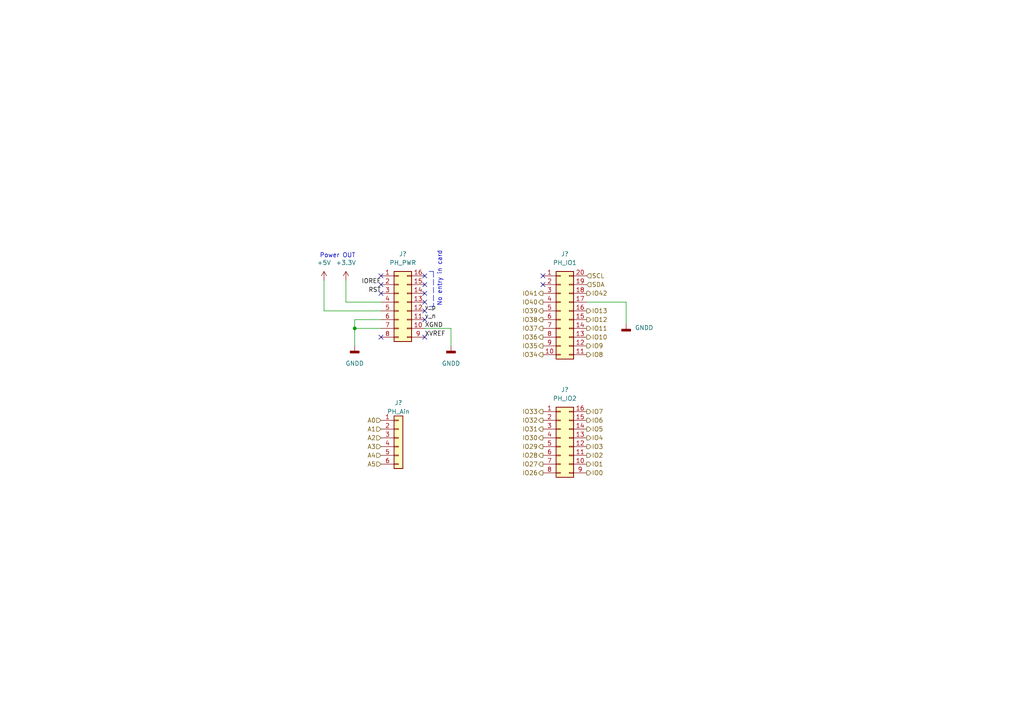
<source format=kicad_sch>
(kicad_sch (version 20211123) (generator eeschema)
  (paper "A4")
  (title_block (title "Arty Z7 IO expander card") (date "2022-12-24") (rev "0.1") (company "HiQ"))
  (lib_symbols
    (symbol "Connector_Generic:Conn_01x06" (pin_names (offset 1.016) hide)
      (property "Reference" "J" (at 0 7.62 0))
      (property "Value" "Conn_01x06" (at 0 -10.16 0))
      (symbol "Conn_01x06_1_1"
        (rectangle (start -1.27 -7.493) (end 0 -7.747) (stroke (width 0.1524)))
        (rectangle (start -1.27 -4.953) (end 0 -5.207) (stroke (width 0.1524)))
        (rectangle (start -1.27 -2.413) (end 0 -2.667) (stroke (width 0.1524)))
        (rectangle (start -1.27 0.127) (end 0 -0.127) (stroke (width 0.1524)))
        (rectangle (start -1.27 2.667) (end 0 2.413) (stroke (width 0.1524)))
        (rectangle (start -1.27 5.207) (end 0 4.953) (stroke (width 0.1524)))
        (rectangle (start -1.27 6.35) (end 1.27 -8.89) (stroke (width 0.254)) (fill (type background)))
        (pin passive line (at -5.08 5.08 0) (length 3.81) (name "Pin_1") (number "1"))
        (pin passive line (at -5.08 2.54 0) (length 3.81) (name "Pin_2") (number "2"))
        (pin passive line (at -5.08 0 0) (length 3.81) (name "Pin_3") (number "3"))
        (pin passive line (at -5.08 -2.54 0) (length 3.81) (name "Pin_4") (number "4"))
        (pin passive line (at -5.08 -5.08 0) (length 3.81) (name "Pin_5") (number "5"))
        (pin passive line (at -5.08 -7.62 0) (length 3.81) (name "Pin_6") (number "6"))
      )
    )
    (symbol "Connector_Generic:Conn_02x08_Counter_Clockwise" (pin_names (offset 1.016) hide)
      (property "Reference" "J" (at 1.27 10.16 0))
      (property "Value" "Conn_02x08_Counter_Clockwise" (at 1.27 -12.7 0))
      (symbol "Conn_02x08_Counter_Clockwise_1_1"
        (rectangle (start -1.27 -10.033) (end 0 -10.287) (stroke (width 0.1524)))
        (rectangle (start -1.27 -7.493) (end 0 -7.747) (stroke (width 0.1524)))
        (rectangle (start -1.27 -4.953) (end 0 -5.207) (stroke (width 0.1524)))
        (rectangle (start -1.27 -2.413) (end 0 -2.667) (stroke (width 0.1524)))
        (rectangle (start -1.27 0.127) (end 0 -0.127) (stroke (width 0.1524)))
        (rectangle (start -1.27 2.667) (end 0 2.413) (stroke (width 0.1524)))
        (rectangle (start -1.27 5.207) (end 0 4.953) (stroke (width 0.1524)))
        (rectangle (start -1.27 7.747) (end 0 7.493) (stroke (width 0.1524)))
        (rectangle (start -1.27 8.89) (end 3.81 -11.43) (stroke (width 0.254)) (fill (type background)))
        (rectangle (start 3.81 -10.033) (end 2.54 -10.287) (stroke (width 0.1524)))
        (rectangle (start 3.81 -7.493) (end 2.54 -7.747) (stroke (width 0.1524)))
        (rectangle (start 3.81 -4.953) (end 2.54 -5.207) (stroke (width 0.1524)))
        (rectangle (start 3.81 -2.413) (end 2.54 -2.667) (stroke (width 0.1524)))
        (rectangle (start 3.81 0.127) (end 2.54 -0.127) (stroke (width 0.1524)))
        (rectangle (start 3.81 2.667) (end 2.54 2.413) (stroke (width 0.1524)))
        (rectangle (start 3.81 5.207) (end 2.54 4.953) (stroke (width 0.1524)))
        (rectangle (start 3.81 7.747) (end 2.54 7.493) (stroke (width 0.1524)))
        (pin passive line (at -5.08 7.62 0) (length 3.81) (name "Pin_1") (number "1"))
        (pin passive line (at 7.62 -7.62 180) (length 3.81) (name "Pin_10") (number "10"))
        (pin passive line (at 7.62 -5.08 180) (length 3.81) (name "Pin_11") (number "11"))
        (pin passive line (at 7.62 -2.54 180) (length 3.81) (name "Pin_12") (number "12"))
        (pin passive line (at 7.62 0 180) (length 3.81) (name "Pin_13") (number "13"))
        (pin passive line (at 7.62 2.54 180) (length 3.81) (name "Pin_14") (number "14"))
        (pin passive line (at 7.62 5.08 180) (length 3.81) (name "Pin_15") (number "15"))
        (pin passive line (at 7.62 7.62 180) (length 3.81) (name "Pin_16") (number "16"))
        (pin passive line (at -5.08 5.08 0) (length 3.81) (name "Pin_2") (number "2"))
        (pin passive line (at -5.08 2.54 0) (length 3.81) (name "Pin_3") (number "3"))
        (pin passive line (at -5.08 0 0) (length 3.81) (name "Pin_4") (number "4"))
        (pin passive line (at -5.08 -2.54 0) (length 3.81) (name "Pin_5") (number "5"))
        (pin passive line (at -5.08 -5.08 0) (length 3.81) (name "Pin_6") (number "6"))
        (pin passive line (at -5.08 -7.62 0) (length 3.81) (name "Pin_7") (number "7"))
        (pin passive line (at -5.08 -10.16 0) (length 3.81) (name "Pin_8") (number "8"))
        (pin passive line (at 7.62 -10.16 180) (length 3.81) (name "Pin_9") (number "9"))
      )
    )
    (symbol "Connector_Generic:Conn_02x10_Counter_Clockwise" (pin_names (offset 1.016) hide)
      (property "Reference" "J" (at 1.27 12.7 0))
      (property "Value" "Conn_02x10_Counter_Clockwise" (at 1.27 -15.24 0))
      (symbol "Conn_02x10_Counter_Clockwise_1_1"
        (rectangle (start -1.27 -12.573) (end 0 -12.827) (stroke (width 0.1524)))
        (rectangle (start -1.27 -10.033) (end 0 -10.287) (stroke (width 0.1524)))
        (rectangle (start -1.27 -7.493) (end 0 -7.747) (stroke (width 0.1524)))
        (rectangle (start -1.27 -4.953) (end 0 -5.207) (stroke (width 0.1524)))
        (rectangle (start -1.27 -2.413) (end 0 -2.667) (stroke (width 0.1524)))
        (rectangle (start -1.27 0.127) (end 0 -0.127) (stroke (width 0.1524)))
        (rectangle (start -1.27 2.667) (end 0 2.413) (stroke (width 0.1524)))
        (rectangle (start -1.27 5.207) (end 0 4.953) (stroke (width 0.1524)))
        (rectangle (start -1.27 7.747) (end 0 7.493) (stroke (width 0.1524)))
        (rectangle (start -1.27 10.287) (end 0 10.033) (stroke (width 0.1524)))
        (rectangle (start -1.27 11.43) (end 3.81 -13.97) (stroke (width 0.254)) (fill (type background)))
        (rectangle (start 3.81 -12.573) (end 2.54 -12.827) (stroke (width 0.1524)))
        (rectangle (start 3.81 -10.033) (end 2.54 -10.287) (stroke (width 0.1524)))
        (rectangle (start 3.81 -7.493) (end 2.54 -7.747) (stroke (width 0.1524)))
        (rectangle (start 3.81 -4.953) (end 2.54 -5.207) (stroke (width 0.1524)))
        (rectangle (start 3.81 -2.413) (end 2.54 -2.667) (stroke (width 0.1524)))
        (rectangle (start 3.81 0.127) (end 2.54 -0.127) (stroke (width 0.1524)))
        (rectangle (start 3.81 2.667) (end 2.54 2.413) (stroke (width 0.1524)))
        (rectangle (start 3.81 5.207) (end 2.54 4.953) (stroke (width 0.1524)))
        (rectangle (start 3.81 7.747) (end 2.54 7.493) (stroke (width 0.1524)))
        (rectangle (start 3.81 10.287) (end 2.54 10.033) (stroke (width 0.1524)))
        (pin passive line (at -5.08 10.16 0) (length 3.81) (name "Pin_1") (number "1"))
        (pin passive line (at -5.08 -12.7 0) (length 3.81) (name "Pin_10") (number "10"))
        (pin passive line (at 7.62 -12.7 180) (length 3.81) (name "Pin_11") (number "11"))
        (pin passive line (at 7.62 -10.16 180) (length 3.81) (name "Pin_12") (number "12"))
        (pin passive line (at 7.62 -7.62 180) (length 3.81) (name "Pin_13") (number "13"))
        (pin passive line (at 7.62 -5.08 180) (length 3.81) (name "Pin_14") (number "14"))
        (pin passive line (at 7.62 -2.54 180) (length 3.81) (name "Pin_15") (number "15"))
        (pin passive line (at 7.62 0 180) (length 3.81) (name "Pin_16") (number "16"))
        (pin passive line (at 7.62 2.54 180) (length 3.81) (name "Pin_17") (number "17"))
        (pin passive line (at 7.62 5.08 180) (length 3.81) (name "Pin_18") (number "18"))
        (pin passive line (at 7.62 7.62 180) (length 3.81) (name "Pin_19") (number "19"))
        (pin passive line (at -5.08 7.62 0) (length 3.81) (name "Pin_2") (number "2"))
        (pin passive line (at 7.62 10.16 180) (length 3.81) (name "Pin_20") (number "20"))
        (pin passive line (at -5.08 5.08 0) (length 3.81) (name "Pin_3") (number "3"))
        (pin passive line (at -5.08 2.54 0) (length 3.81) (name "Pin_4") (number "4"))
        (pin passive line (at -5.08 0 0) (length 3.81) (name "Pin_5") (number "5"))
        (pin passive line (at -5.08 -2.54 0) (length 3.81) (name "Pin_6") (number "6"))
        (pin passive line (at -5.08 -5.08 0) (length 3.81) (name "Pin_7") (number "7"))
        (pin passive line (at -5.08 -7.62 0) (length 3.81) (name "Pin_8") (number "8"))
        (pin passive line (at -5.08 -10.16 0) (length 3.81) (name "Pin_9") (number "9"))
      )
    )
    (symbol "power:+3.3V" (power) (pin_names (offset 0))
      (property "Value" "+3.3V" (at 0 3.556 0))
      (symbol "+3.3V_0_1"
        (polyline (pts (xy -0.762 1.27) (xy 0 2.54)))
        (polyline (pts (xy 0 0) (xy 0 2.54)))
        (polyline (pts (xy 0 2.54) (xy 0.762 1.27)))
      )
      (symbol "+3.3V_1_1"
        (pin power_in line (at 0 0 90) (length 0) hide (name "+3.3V") (number "1"))
      )
    )
    (symbol "power:+5V" (power) (pin_names (offset 0))
      (property "Value" "+5V" (at 0 3.556 0))
      (symbol "+5V_0_1"
        (polyline (pts (xy -0.762 1.27) (xy 0 2.54)))
        (polyline (pts (xy 0 0) (xy 0 2.54)))
        (polyline (pts (xy 0 2.54) (xy 0.762 1.27)))
      )
      (symbol "+5V_1_1"
        (pin power_in line (at 0 0 90) (length 0) hide (name "+5V") (number "1"))
      )
    )
    (symbol "power:GNDD" (power) (pin_names (offset 0))
      (property "Value" "GNDD" (at 0 -3.175 0))
      (symbol "GNDD_0_1"
        (rectangle (start -1.27 -1.524) (end 1.27 -2.032) (stroke (width 0.254)) (fill (type outline)))
        (polyline (pts (xy 0 0) (xy 0 -1.524)))
      )
      (symbol "GNDD_1_1"
        (pin power_in line (at 0 0 270) (length 0) hide (name "GNDD") (number "1"))
      )
    )
  )
  (junction (at 102.87 95.25))
  (no_connect (at 157.48 82.55))
  (no_connect (at 110.49 85.09))
  (no_connect (at 157.48 80.01))
  (no_connect (at 110.49 97.79))
  (no_connect (at 123.19 85.09))
  (no_connect (at 123.19 87.63))
  (no_connect (at 123.19 97.79))
  (no_connect (at 123.19 92.71))
  (no_connect (at 110.49 80.01))
  (no_connect (at 110.49 82.55))
  (no_connect (at 123.19 80.01))
  (no_connect (at 123.19 90.17))
  (no_connect (at 123.19 82.55))
  (wire (pts (xy 102.87 92.71) (xy 110.49 92.71)))
  (wire (pts (xy 102.87 100.33) (xy 102.87 95.25)))
  (wire (pts (xy 100.33 87.63) (xy 110.49 87.63)))
  (wire (pts (xy 102.87 95.25) (xy 110.49 95.25)))
  (wire (pts (xy 93.98 90.17) (xy 110.49 90.17)))
  (wire (pts (xy 93.98 81.28) (xy 93.98 90.17)))
  (wire (pts (xy 181.61 87.63) (xy 170.18 87.63)))
  (polyline (pts (xy 124.46 88.9) (xy 125.73 88.9)))
  (wire (pts (xy 130.81 95.25) (xy 123.19 95.25)))
  (wire (pts (xy 102.87 95.25) (xy 102.87 92.71)))
  (wire (pts (xy 181.61 93.98) (xy 181.61 87.63)))
  (wire (pts (xy 130.81 100.33) (xy 130.81 95.25)))
  (polyline (pts (xy 125.73 78.74) (xy 125.73 88.9)))
  (polyline (pts (xy 124.46 78.74) (xy 125.73 78.74)))
  (wire (pts (xy 100.33 81.28) (xy 100.33 87.63)))
  (text "No entry in card" (at 128.27 88.9 90) (effects (font (size 1.27 1.27)) (justify left bottom)))
  (text "Power OUT" (at 92.71 74.93 0) (effects (font (size 1.27 1.27)) (justify left bottom)))
  (label "IOREF" (at 110.49 82.55 180))
  (label "RST" (at 110.49 85.09 180))
  (label "v_n" (at 123.19 92.71 0))
  (label "XGND" (at 123.19 95.25 0))
  (label "v_p" (at 123.19 90.17 0))
  (label "XVREF" (at 123.19 97.79 0))
  (hierarchical_label "IO35" (shape output) (at 157.48 100.33 180))
  (hierarchical_label "IO5" (shape output) (at 170.18 124.46 0))
  (hierarchical_label "IO33" (shape output) (at 157.48 119.38 180))
  (hierarchical_label "IO28" (shape output) (at 157.48 132.08 180))
  (hierarchical_label "IO41" (shape output) (at 157.48 85.09 180))
  (hierarchical_label "IO2" (shape output) (at 170.18 132.08 0))
  (hierarchical_label "IO42" (shape output) (at 170.18 85.09 0))
  (hierarchical_label "A2" (shape input) (at 110.49 127 180))
  (hierarchical_label "IO27" (shape output) (at 157.48 134.62 180))
  (hierarchical_label "IO13" (shape output) (at 170.18 90.17 0))
  (hierarchical_label "A1" (shape input) (at 110.49 124.46 180))
  (hierarchical_label "IO9" (shape output) (at 170.18 100.33 0))
  (hierarchical_label "IO34" (shape output) (at 157.48 102.87 180))
  (hierarchical_label "IO26" (shape output) (at 157.48 137.16 180))
  (hierarchical_label "IO6" (shape output) (at 170.18 121.92 0))
  (hierarchical_label "A5" (shape input) (at 110.49 134.62 180))
  (hierarchical_label "A0" (shape input) (at 110.49 121.92 180))
  (hierarchical_label "IO1" (shape output) (at 170.18 134.62 0))
  (hierarchical_label "IO4" (shape output) (at 170.18 127 0))
  (hierarchical_label "A4" (shape input) (at 110.49 132.08 180))
  (hierarchical_label "SCL" (shape input) (at 170.18 80.01 0))
  (hierarchical_label "SDA" (shape input) (at 170.18 82.55 0))
  (hierarchical_label "IO8" (shape output) (at 170.18 102.87 0))
  (hierarchical_label "IO0" (shape output) (at 170.18 137.16 0))
  (hierarchical_label "IO38" (shape output) (at 157.48 92.71 180))
  (hierarchical_label "IO37" (shape output) (at 157.48 95.25 180))
  (hierarchical_label "IO10" (shape output) (at 170.18 97.79 0))
  (hierarchical_label "IO40" (shape output) (at 157.48 87.63 180))
  (hierarchical_label "IO32" (shape output) (at 157.48 121.92 180))
  (hierarchical_label "IO39" (shape output) (at 157.48 90.17 180))
  (hierarchical_label "IO36" (shape output) (at 157.48 97.79 180))
  (hierarchical_label "IO11" (shape output) (at 170.18 95.25 0))
  (hierarchical_label "IO31" (shape output) (at 157.48 124.46 180))
  (hierarchical_label "IO7" (shape output) (at 170.18 119.38 0))
  (hierarchical_label "IO29" (shape output) (at 157.48 129.54 180))
  (hierarchical_label "A3" (shape input) (at 110.49 129.54 180))
  (hierarchical_label "IO3" (shape output) (at 170.18 129.54 0))
  (hierarchical_label "IO30" (shape output) (at 157.48 127 180))
  (hierarchical_label "IO12" (shape output) (at 170.18 92.71 0))
  (symbol (lib_id "power:+5V") (at 93.98 81.28 0) (unit 1)
    (property "Reference" "#PWR?" (effects hide))
    (property "Value" "+5V" (at 93.98 76.2 0))
  )
  (symbol (lib_id "power:+3.3V") (at 100.33 81.28 0) (unit 1)
    (property "Reference" "#PWR?" (effects hide))
    (property "Value" "+3.3V" (at 100.33 76.2 0))
  )
  (symbol (lib_id "power:GNDD") (at 181.61 93.98 0) (unit 1)
    (property "Reference" "#PWR?" (effects hide))
    (property "Value" "GNDD" (at 184.15 95.0594 0) (effects (justify left)))
  )
  (symbol (lib_id "power:GNDD") (at 130.81 100.33 0) (unit 1)
    (property "Reference" "#PWR?" (effects hide))
    (property "Value" "GNDD" (at 130.81 105.41 0))
  )
  (symbol (lib_id "Connector_Generic:Conn_01x06") (at 115.57 127 0) (unit 1)
    (property "Reference" "J?" (at 115.57 116.84 0))
    (property "Value" "PH_Ain" (at 115.57 119.38 0))
  )
  (symbol (lib_id "Connector_Generic:Conn_02x10_Counter_Clockwise") (at 162.56 90.17 0) (unit 1)
    (property "Reference" "J?" (at 163.83 73.66 0))
    (property "Value" "PH_IO1" (at 163.83 76.2 0))
  )
  (symbol (lib_id "Connector_Generic:Conn_02x08_Counter_Clockwise") (at 162.56 127 0) (unit 1)
    (property "Reference" "J?" (at 163.83 113.03 0))
    (property "Value" "PH_IO2" (at 163.83 115.57 0))
  )
  (symbol (lib_id "Connector_Generic:Conn_02x08_Counter_Clockwise") (at 115.57 87.63 0) (unit 1)
    (property "Reference" "J?" (at 116.84 73.66 0))
    (property "Value" "PH_PWR" (at 116.84 76.2 0))
  )
  (symbol (lib_id "power:GNDD") (at 102.87 100.33 0) (unit 1)
    (property "Reference" "#PWR?" (effects hide))
    (property "Value" "GNDD" (at 102.87 105.41 0))
  )
)
</source>
